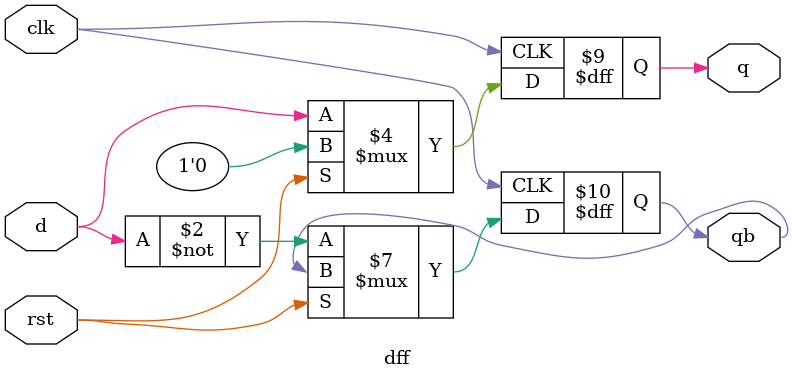
<source format=sv>
module dff(d,clk,rst,q,qb);
  input d,clk,rst;
  output reg q,qb;
  always@(posedge clk)
    begin
    if(rst)
      q <= 1'b0;
  else
    begin
      q <= d;
      qb <= ~d;
    end
    end
endmodule

</source>
